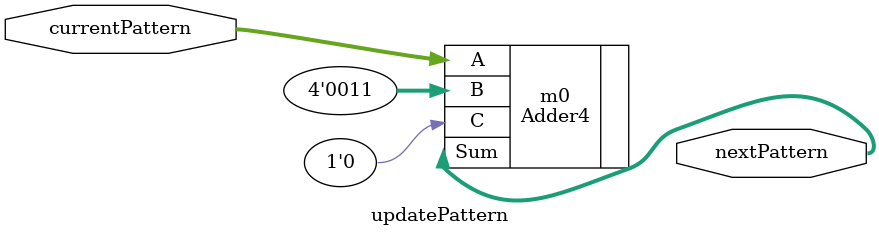
<source format=v>
`timescale 1ns / 1ps
module updatePattern(
	input [3:0] currentPattern,
	output [3:0] nextPattern
    );
	 
	  Adder4 m0(.A(currentPattern), .B(4'b0011), .C(1'b0), .Sum(nextPattern));

endmodule

</source>
